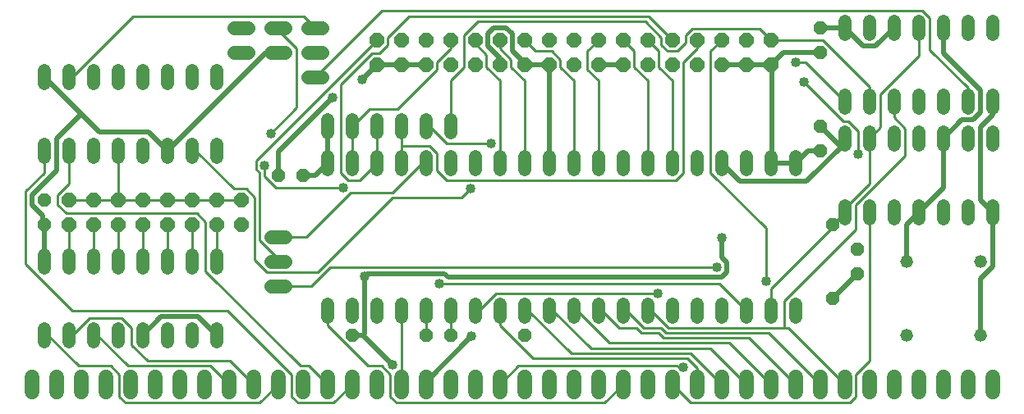
<source format=gtl>
G75*
%MOIN*%
%OFA0B0*%
%FSLAX24Y24*%
%IPPOS*%
%LPD*%
%AMOC8*
5,1,8,0,0,1.08239X$1,22.5*
%
%ADD10C,0.0600*%
%ADD11OC8,0.0600*%
%ADD12OC8,0.0520*%
%ADD13C,0.0520*%
%ADD14C,0.0520*%
%ADD15C,0.0560*%
%ADD16C,0.0200*%
%ADD17C,0.0400*%
%ADD18C,0.0100*%
D10*
X000600Y000800D02*
X000600Y001400D01*
X001600Y001400D02*
X001600Y000800D01*
X002600Y000800D02*
X002600Y001400D01*
X003600Y001400D02*
X003600Y000800D01*
X004600Y000800D02*
X004600Y001400D01*
X005600Y001400D02*
X005600Y000800D01*
X006600Y000800D02*
X006600Y001400D01*
X007600Y001400D02*
X007600Y000800D01*
X008600Y000800D02*
X008600Y001400D01*
X009600Y001400D02*
X009600Y000800D01*
X010600Y000800D02*
X010600Y001400D01*
X011600Y001400D02*
X011600Y000800D01*
X012600Y000800D02*
X012600Y001400D01*
X013600Y001400D02*
X013600Y000800D01*
X014600Y000800D02*
X014600Y001400D01*
X015600Y001400D02*
X015600Y000800D01*
X016600Y000800D02*
X016600Y001400D01*
X017600Y001400D02*
X017600Y000800D01*
X018600Y000800D02*
X018600Y001400D01*
X019600Y001400D02*
X019600Y000800D01*
X020600Y000800D02*
X020600Y001400D01*
X021600Y001400D02*
X021600Y000800D01*
X022600Y000800D02*
X022600Y001400D01*
X023600Y001400D02*
X023600Y000800D01*
X024600Y000800D02*
X024600Y001400D01*
X025600Y001400D02*
X025600Y000800D01*
X026600Y000800D02*
X026600Y001400D01*
X027600Y001400D02*
X027600Y000800D01*
X028600Y000800D02*
X028600Y001400D01*
X029600Y001400D02*
X029600Y000800D01*
X030600Y000800D02*
X030600Y001400D01*
X031600Y001400D02*
X031600Y000800D01*
X032600Y000800D02*
X032600Y001400D01*
X033600Y001400D02*
X033600Y000800D01*
X034600Y000800D02*
X034600Y001400D01*
X035600Y001400D02*
X035600Y000800D01*
X036600Y000800D02*
X036600Y001400D01*
X037600Y001400D02*
X037600Y000800D01*
X038600Y000800D02*
X038600Y001400D01*
X039600Y001400D02*
X039600Y000800D01*
D11*
X009100Y007600D03*
X008100Y007600D03*
X007100Y007600D03*
X006100Y007600D03*
X005100Y007600D03*
X004100Y007600D03*
X003100Y007600D03*
X002100Y007600D03*
X002100Y008600D03*
X003100Y008600D03*
X004100Y008600D03*
X005100Y008600D03*
X006100Y008600D03*
X007100Y008600D03*
X008100Y008600D03*
X009100Y008600D03*
X014600Y014100D03*
X015600Y014100D03*
X016600Y014100D03*
X017600Y014100D03*
X018600Y014100D03*
X019600Y014100D03*
X020600Y014100D03*
X021600Y014100D03*
X022600Y014100D03*
X023600Y014100D03*
X024600Y014100D03*
X025600Y014100D03*
X026600Y014100D03*
X027600Y014100D03*
X028600Y014100D03*
X029600Y014100D03*
X030600Y014100D03*
X030600Y015100D03*
X029600Y015100D03*
X028600Y015100D03*
X027600Y015100D03*
X026600Y015100D03*
X025600Y015100D03*
X024600Y015100D03*
X023600Y015100D03*
X022600Y015100D03*
X021600Y015100D03*
X020600Y015100D03*
X019600Y015100D03*
X018600Y015100D03*
X017600Y015100D03*
X016600Y015100D03*
X015600Y015100D03*
X014600Y015100D03*
D12*
X011600Y009600D03*
X010600Y009600D03*
X001100Y008600D03*
X001100Y007600D03*
X013600Y003100D03*
X016600Y003100D03*
X017600Y003100D03*
X020600Y003100D03*
X033100Y004600D03*
X034100Y005600D03*
X034100Y006600D03*
X033100Y007600D03*
X032600Y010600D03*
X032600Y011600D03*
X032600Y014600D03*
X032600Y015600D03*
D13*
X033600Y015340D02*
X033600Y015860D01*
X034600Y015860D02*
X034600Y015340D01*
X035600Y015340D02*
X035600Y015860D01*
X036600Y015860D02*
X036600Y015340D01*
X037600Y015340D02*
X037600Y015860D01*
X038600Y015860D02*
X038600Y015340D01*
X039600Y015340D02*
X039600Y015860D01*
X039600Y012860D02*
X039600Y012340D01*
X038600Y012340D02*
X038600Y012860D01*
X037600Y012860D02*
X037600Y012340D01*
X036600Y012340D02*
X036600Y012860D01*
X035600Y012860D02*
X035600Y012340D01*
X034600Y012340D02*
X034600Y012860D01*
X033600Y012860D02*
X033600Y012340D01*
X033600Y011360D02*
X033600Y010840D01*
X034600Y010840D02*
X034600Y011360D01*
X035600Y011360D02*
X035600Y010840D01*
X036600Y010840D02*
X036600Y011360D01*
X037600Y011360D02*
X037600Y010840D01*
X038600Y010840D02*
X038600Y011360D01*
X039600Y011360D02*
X039600Y010840D01*
X039600Y008360D02*
X039600Y007840D01*
X038600Y007840D02*
X038600Y008360D01*
X037600Y008360D02*
X037600Y007840D01*
X036600Y007840D02*
X036600Y008360D01*
X035600Y008360D02*
X035600Y007840D01*
X034600Y007840D02*
X034600Y008360D01*
X033600Y008360D02*
X033600Y007840D01*
X031600Y009840D02*
X031600Y010360D01*
X030600Y010360D02*
X030600Y009840D01*
X029600Y009840D02*
X029600Y010360D01*
X028600Y010360D02*
X028600Y009840D01*
X027600Y009840D02*
X027600Y010360D01*
X026600Y010360D02*
X026600Y009840D01*
X025600Y009840D02*
X025600Y010360D01*
X024600Y010360D02*
X024600Y009840D01*
X023600Y009840D02*
X023600Y010360D01*
X022600Y010360D02*
X022600Y009840D01*
X021600Y009840D02*
X021600Y010360D01*
X020600Y010360D02*
X020600Y009840D01*
X019600Y009840D02*
X019600Y010360D01*
X018600Y010360D02*
X018600Y009840D01*
X017600Y009840D02*
X017600Y010360D01*
X016600Y010360D02*
X016600Y009840D01*
X015600Y009840D02*
X015600Y010360D01*
X014600Y010360D02*
X014600Y009840D01*
X013600Y009840D02*
X013600Y010360D01*
X012600Y010360D02*
X012600Y009840D01*
X012600Y011340D02*
X012600Y011860D01*
X013600Y011860D02*
X013600Y011340D01*
X014600Y011340D02*
X014600Y011860D01*
X015600Y011860D02*
X015600Y011340D01*
X016600Y011340D02*
X016600Y011860D01*
X017600Y011860D02*
X017600Y011340D01*
X008100Y010860D02*
X008100Y010340D01*
X007100Y010340D02*
X007100Y010860D01*
X006100Y010860D02*
X006100Y010340D01*
X005100Y010340D02*
X005100Y010860D01*
X004100Y010860D02*
X004100Y010340D01*
X003100Y010340D02*
X003100Y010860D01*
X002100Y010860D02*
X002100Y010340D01*
X001100Y010340D02*
X001100Y010860D01*
X001100Y013340D02*
X001100Y013860D01*
X002100Y013860D02*
X002100Y013340D01*
X003100Y013340D02*
X003100Y013860D01*
X004100Y013860D02*
X004100Y013340D01*
X005100Y013340D02*
X005100Y013860D01*
X006100Y013860D02*
X006100Y013340D01*
X007100Y013340D02*
X007100Y013860D01*
X008100Y013860D02*
X008100Y013340D01*
X008100Y006360D02*
X008100Y005840D01*
X007100Y005840D02*
X007100Y006360D01*
X006100Y006360D02*
X006100Y005840D01*
X005100Y005840D02*
X005100Y006360D01*
X004100Y006360D02*
X004100Y005840D01*
X003100Y005840D02*
X003100Y006360D01*
X002100Y006360D02*
X002100Y005840D01*
X001100Y005840D02*
X001100Y006360D01*
X001100Y003360D02*
X001100Y002840D01*
X002100Y002840D02*
X002100Y003360D01*
X003100Y003360D02*
X003100Y002840D01*
X004100Y002840D02*
X004100Y003360D01*
X005100Y003360D02*
X005100Y002840D01*
X006100Y002840D02*
X006100Y003360D01*
X007100Y003360D02*
X007100Y002840D01*
X008100Y002840D02*
X008100Y003360D01*
X012600Y003840D02*
X012600Y004360D01*
X013600Y004360D02*
X013600Y003840D01*
X014600Y003840D02*
X014600Y004360D01*
X015600Y004360D02*
X015600Y003840D01*
X016600Y003840D02*
X016600Y004360D01*
X017600Y004360D02*
X017600Y003840D01*
X018600Y003840D02*
X018600Y004360D01*
X019600Y004360D02*
X019600Y003840D01*
X020600Y003840D02*
X020600Y004360D01*
X021600Y004360D02*
X021600Y003840D01*
X022600Y003840D02*
X022600Y004360D01*
X023600Y004360D02*
X023600Y003840D01*
X024600Y003840D02*
X024600Y004360D01*
X025600Y004360D02*
X025600Y003840D01*
X026600Y003840D02*
X026600Y004360D01*
X027600Y004360D02*
X027600Y003840D01*
X028600Y003840D02*
X028600Y004360D01*
X029600Y004360D02*
X029600Y003840D01*
X030600Y003840D02*
X030600Y004360D01*
X031600Y004360D02*
X031600Y003840D01*
D14*
X036100Y003100D03*
X039100Y003100D03*
X039100Y006100D03*
X036100Y006100D03*
D15*
X012380Y013600D02*
X011820Y013600D01*
X011820Y014600D02*
X012380Y014600D01*
X010880Y014600D02*
X010320Y014600D01*
X009380Y014600D02*
X008820Y014600D01*
X008820Y015600D02*
X009380Y015600D01*
X010320Y015600D02*
X010880Y015600D01*
X011820Y015600D02*
X012380Y015600D01*
X010880Y007100D02*
X010320Y007100D01*
X010320Y006100D02*
X010880Y006100D01*
X010880Y005100D02*
X010320Y005100D01*
D16*
X008100Y003100D02*
X007350Y003850D01*
X005850Y003850D01*
X005100Y003100D01*
X001100Y006100D02*
X001100Y007600D01*
X001050Y007650D01*
X001050Y007950D01*
X000600Y008400D01*
X000600Y008800D01*
X001600Y009800D01*
X001600Y011100D01*
X002600Y012100D01*
X001100Y013600D01*
X002600Y012100D02*
X003350Y011350D01*
X005350Y011350D01*
X006100Y010600D01*
X010100Y014600D01*
X010600Y014600D01*
X014000Y013500D02*
X014600Y014100D01*
X015600Y014100D01*
X016600Y014100D01*
X019100Y014850D02*
X019100Y015350D01*
X019350Y015600D01*
X019850Y015600D01*
X020100Y015350D01*
X020100Y014650D01*
X020600Y014150D01*
X020600Y014100D01*
X021600Y014100D01*
X021600Y010100D01*
X028600Y010100D02*
X029350Y009350D01*
X032050Y009350D01*
X033600Y010900D01*
X033600Y011100D01*
X033400Y010800D01*
X032600Y011600D01*
X032600Y010600D02*
X032100Y010600D01*
X031600Y010100D01*
X030600Y010100D01*
X030650Y010150D01*
X030650Y014050D01*
X030600Y014100D01*
X029600Y014100D01*
X028600Y014100D01*
X030600Y014100D02*
X031100Y014600D01*
X032600Y014600D01*
X033600Y015600D02*
X034350Y014850D01*
X034850Y014850D01*
X035600Y015600D01*
X033600Y015600D02*
X032600Y015600D01*
X037600Y015600D02*
X037600Y014550D01*
X039100Y013050D01*
X039100Y012150D01*
X038800Y011850D01*
X038350Y011850D01*
X037600Y011100D01*
X037600Y009100D01*
X036600Y008100D01*
X036100Y007600D01*
X036100Y006100D01*
X034100Y005600D02*
X033100Y004600D01*
X028800Y005650D02*
X028600Y005450D01*
X017500Y005450D01*
X017350Y005600D01*
X014200Y005600D01*
X014100Y005500D01*
X014100Y003150D01*
X014050Y003100D01*
X015250Y001900D01*
X016600Y001200D02*
X018450Y003050D01*
X016600Y001200D02*
X016600Y001100D01*
X014050Y003100D02*
X013600Y003100D01*
X028600Y006250D02*
X028800Y006050D01*
X028800Y005650D01*
X028600Y006250D02*
X028600Y007050D01*
X039100Y008600D02*
X039100Y011550D01*
X039600Y012050D01*
X039600Y012600D01*
X039100Y008600D02*
X039600Y008100D01*
X039600Y005900D01*
X039100Y005400D01*
X039100Y003100D01*
X012600Y010100D02*
X012600Y011600D01*
X012800Y012750D02*
X010600Y010550D01*
X010600Y009600D01*
X011600Y009600D02*
X012100Y009600D01*
X012600Y010100D01*
X019600Y014100D02*
X019600Y014350D01*
X019100Y014850D01*
X023600Y014100D02*
X024600Y014100D01*
D17*
X031600Y014200D03*
X031950Y013400D03*
X034150Y010450D03*
X028600Y007050D03*
X028400Y005850D03*
X030400Y005300D03*
X026000Y004800D03*
X027050Y001800D03*
X018450Y003050D03*
X015250Y001900D03*
X017150Y005200D03*
X014100Y005500D03*
X013250Y009100D03*
X010050Y010000D03*
X010300Y011300D03*
X012800Y012750D03*
X014000Y013500D03*
X019250Y010900D03*
X018400Y009050D03*
D18*
X018050Y008700D01*
X015250Y008700D01*
X012200Y005650D01*
X010150Y005650D01*
X009650Y006150D01*
X009650Y008700D01*
X009300Y009050D01*
X008800Y009050D01*
X007250Y010600D01*
X007100Y010600D01*
X009700Y010200D02*
X009700Y009850D01*
X009850Y009700D01*
X009850Y006950D01*
X010600Y006200D01*
X010600Y006100D01*
X011950Y005100D02*
X012700Y005850D01*
X028400Y005850D01*
X028500Y005200D02*
X029600Y004100D01*
X030600Y004100D02*
X030600Y005000D01*
X033100Y007500D01*
X033100Y007600D01*
X033600Y008100D01*
X033600Y008250D01*
X034600Y009250D01*
X034600Y011100D01*
X035050Y011550D01*
X035050Y012900D01*
X036600Y014450D01*
X036600Y015600D01*
X037050Y016000D02*
X036750Y016300D01*
X014800Y016300D01*
X012100Y013600D01*
X013150Y013300D02*
X013150Y009700D01*
X013450Y009400D01*
X013900Y009400D01*
X014600Y010100D01*
X014600Y011600D01*
X014300Y012300D02*
X013600Y011600D01*
X013600Y010100D01*
X015600Y010100D02*
X015600Y010800D01*
X016750Y010800D01*
X017050Y010500D01*
X017050Y009800D01*
X017450Y009400D01*
X026750Y009400D01*
X027050Y009700D01*
X027050Y014200D01*
X027600Y014750D01*
X027600Y015100D01*
X027150Y015000D02*
X027150Y015300D01*
X027400Y015550D01*
X030150Y015550D01*
X030600Y015100D01*
X032700Y015100D01*
X034600Y013200D01*
X034600Y012600D01*
X035600Y012600D02*
X035600Y011950D01*
X036050Y011500D01*
X036050Y010400D01*
X034050Y008400D01*
X034050Y007400D01*
X031150Y004500D01*
X031150Y003400D01*
X026450Y003400D01*
X025750Y004100D01*
X025600Y004100D01*
X025450Y003400D02*
X024750Y004100D01*
X024600Y004100D01*
X024450Y003400D02*
X023750Y004100D01*
X023600Y004100D01*
X022750Y004100D02*
X024050Y002800D01*
X028900Y002800D01*
X030600Y001100D01*
X031600Y001100D02*
X029700Y003000D01*
X026250Y003000D01*
X026050Y003200D01*
X025350Y003200D01*
X025150Y003400D01*
X024450Y003400D01*
X025450Y003400D02*
X026150Y003400D01*
X026350Y003200D01*
X030500Y003200D01*
X032600Y001100D01*
X033600Y001100D02*
X031300Y003400D01*
X031150Y003400D01*
X029600Y001100D02*
X028150Y002550D01*
X023300Y002550D01*
X021750Y004100D01*
X021600Y004100D01*
X020750Y004100D02*
X022500Y002350D01*
X027350Y002350D01*
X028600Y001100D01*
X027600Y001100D02*
X027600Y001750D01*
X027200Y002150D01*
X020950Y002150D01*
X019600Y003500D01*
X019600Y004100D01*
X019450Y004800D02*
X018750Y004100D01*
X018600Y004100D01*
X017600Y004100D02*
X017600Y003100D01*
X016600Y003100D02*
X016600Y004100D01*
X015600Y004100D02*
X015600Y001100D01*
X015150Y001500D02*
X015150Y000600D01*
X015400Y000350D01*
X023850Y000350D01*
X024600Y001100D01*
X026600Y001100D02*
X027350Y000350D01*
X033800Y000350D01*
X034050Y000600D01*
X034050Y001500D01*
X034600Y002050D01*
X034600Y008100D01*
X030400Y007450D02*
X028150Y009700D01*
X028150Y014650D01*
X028600Y015100D01*
X027150Y015000D02*
X026800Y014650D01*
X026400Y014650D01*
X026150Y014900D01*
X026150Y015200D01*
X025500Y015850D01*
X018700Y015850D01*
X018150Y015300D01*
X018150Y014000D01*
X017600Y013450D01*
X017600Y011600D01*
X017450Y010900D02*
X016750Y011600D01*
X016600Y011600D01*
X015600Y011600D02*
X015600Y010800D01*
X016450Y010100D02*
X015250Y008900D01*
X013550Y008900D01*
X011750Y007100D01*
X010600Y007100D01*
X008100Y007600D02*
X008100Y006100D01*
X007650Y005700D02*
X011500Y001850D01*
X011850Y001850D01*
X012600Y001100D01*
X012850Y000350D02*
X013600Y001100D01*
X012850Y000350D02*
X011400Y000350D01*
X011150Y000600D01*
X011150Y001500D01*
X008550Y004100D01*
X002250Y004100D01*
X000350Y006000D01*
X000350Y008950D01*
X001100Y009700D01*
X001100Y010600D01*
X002100Y010600D02*
X002100Y009250D01*
X001650Y008800D01*
X001650Y008400D01*
X002000Y008050D01*
X007300Y008050D01*
X007650Y007700D01*
X007650Y005700D01*
X007100Y006100D02*
X007100Y007600D01*
X006100Y007600D02*
X006100Y006100D01*
X005100Y006100D02*
X005100Y007600D01*
X004100Y007600D02*
X004100Y006100D01*
X003100Y006100D02*
X003100Y007600D01*
X002100Y007600D02*
X002100Y006100D01*
X002950Y003800D02*
X004250Y003800D01*
X004650Y003400D01*
X004650Y002700D01*
X005300Y002050D01*
X008650Y002050D01*
X009600Y001100D01*
X008600Y001100D02*
X007850Y001850D01*
X004500Y001850D01*
X003250Y003100D01*
X003100Y003100D01*
X002950Y003800D02*
X002250Y003100D01*
X002100Y003100D01*
X001250Y003100D02*
X002500Y001850D01*
X003800Y001850D01*
X004150Y001500D01*
X004150Y000600D01*
X004400Y000350D01*
X009850Y000350D01*
X010600Y001100D01*
X012600Y003500D02*
X014250Y001850D01*
X014800Y001850D01*
X015150Y001500D01*
X019600Y001100D02*
X020350Y001850D01*
X026800Y001850D01*
X026850Y001800D01*
X027050Y001800D01*
X022750Y004100D02*
X022600Y004100D01*
X020750Y004100D02*
X020600Y004100D01*
X019450Y004800D02*
X026000Y004800D01*
X028500Y005200D02*
X017150Y005200D01*
X012600Y004100D02*
X012600Y003500D01*
X011950Y005100D02*
X010600Y005100D01*
X009100Y008600D02*
X008100Y008600D01*
X007100Y008600D01*
X006100Y008600D01*
X005100Y008600D01*
X004100Y008600D01*
X003100Y008600D01*
X002100Y008600D01*
X004100Y008600D02*
X004100Y010600D01*
X009700Y010200D02*
X014600Y015100D01*
X015050Y015200D02*
X015050Y014900D01*
X014700Y014550D01*
X014400Y014550D01*
X013150Y013300D01*
X014300Y012300D02*
X015450Y012300D01*
X017050Y013900D01*
X017050Y014200D01*
X017600Y014750D01*
X017600Y015100D01*
X018600Y015100D02*
X018600Y014950D01*
X019050Y014500D01*
X019050Y014000D01*
X019600Y013450D01*
X019600Y010100D01*
X020600Y010100D02*
X020600Y013450D01*
X020050Y014000D01*
X020050Y014300D01*
X019600Y014750D01*
X019600Y015100D01*
X020600Y015100D02*
X021050Y014650D01*
X021700Y014650D01*
X022050Y014300D01*
X022050Y014000D01*
X022600Y013450D01*
X022600Y010100D01*
X023600Y010100D02*
X023600Y013450D01*
X023150Y013900D01*
X023150Y014650D01*
X023600Y015100D01*
X024600Y015100D02*
X025050Y014650D01*
X025050Y014000D01*
X025600Y013450D01*
X025600Y010100D01*
X026600Y010100D02*
X026600Y013450D01*
X026050Y014000D01*
X026050Y014650D01*
X025600Y015100D01*
X025650Y016050D02*
X026600Y015100D01*
X025650Y016050D02*
X015900Y016050D01*
X015050Y015200D01*
X012100Y015600D02*
X011650Y016050D01*
X004700Y016050D01*
X002250Y013600D01*
X002100Y013600D01*
X010300Y011300D02*
X011350Y012350D01*
X011350Y014750D01*
X010600Y015500D01*
X010600Y015600D01*
X017450Y010900D02*
X019250Y010900D01*
X016600Y010100D02*
X016450Y010100D01*
X013250Y009100D02*
X010500Y009100D01*
X010050Y009550D01*
X010050Y010000D01*
X001250Y003100D02*
X001100Y003100D01*
X030400Y005300D02*
X030400Y007450D01*
X034150Y010450D02*
X034150Y011400D01*
X033750Y011800D01*
X033550Y011800D01*
X031950Y013400D01*
X032000Y014200D02*
X031600Y014200D01*
X032000Y014200D02*
X033600Y012600D01*
X037050Y014700D02*
X037050Y016000D01*
X037050Y014700D02*
X038600Y013150D01*
X038600Y012600D01*
M02*

</source>
